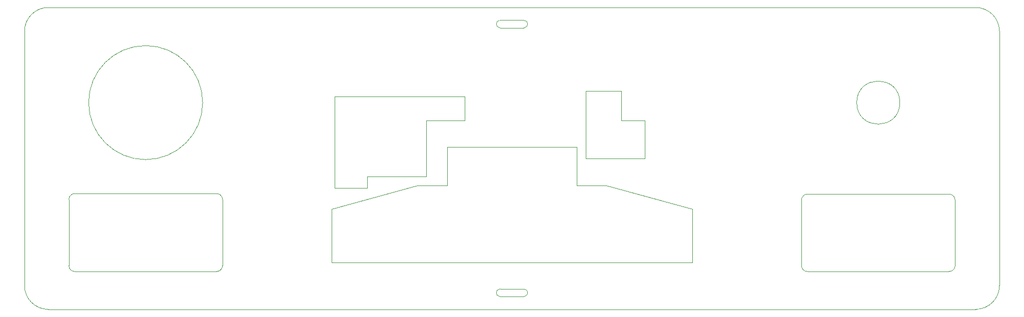
<source format=gbr>
%TF.GenerationSoftware,KiCad,Pcbnew,5.1.9-73d0e3b20d~88~ubuntu18.04.1*%
%TF.CreationDate,2021-01-03T17:57:53+01:00*%
%TF.ProjectId,ss_frontpanel_inner_plate,73735f66-726f-46e7-9470-616e656c5f69,rev?*%
%TF.SameCoordinates,Original*%
%TF.FileFunction,Profile,NP*%
%FSLAX46Y46*%
G04 Gerber Fmt 4.6, Leading zero omitted, Abs format (unit mm)*
G04 Created by KiCad (PCBNEW 5.1.9-73d0e3b20d~88~ubuntu18.04.1) date 2021-01-03 17:57:53*
%MOMM*%
%LPD*%
G01*
G04 APERTURE LIST*
%TA.AperFunction,Profile*%
%ADD10C,0.050000*%
%TD*%
%TA.AperFunction,Profile*%
%ADD11C,0.120000*%
%TD*%
G04 APERTURE END LIST*
D10*
X71500000Y-100000000D02*
G75*
G02*
X67500000Y-96000000I0J4000000D01*
G01*
X71500000Y-100000000D02*
X228500000Y-100000000D01*
X232500000Y-96000000D02*
X232500000Y-52900000D01*
X228500000Y-48900000D02*
G75*
G02*
X232500000Y-52900000I0J-4000000D01*
G01*
X228500000Y-48900000D02*
X71500000Y-48900000D01*
X67500000Y-52900000D02*
X67500000Y-96000000D01*
X148000000Y-52350000D02*
G75*
G02*
X148000000Y-51050000I0J650000D01*
G01*
X152000000Y-51050000D02*
G75*
G02*
X152000000Y-52350000I0J-650000D01*
G01*
X148000000Y-52350000D02*
X152000000Y-52350000D01*
X148000000Y-51050000D02*
X152000000Y-51050000D01*
X148000000Y-97850000D02*
G75*
G02*
X148000000Y-96550000I0J650000D01*
G01*
X152000000Y-96550000D02*
G75*
G02*
X152000000Y-97850000I0J-650000D01*
G01*
X148000000Y-97850000D02*
X152000000Y-97850000D01*
X148000000Y-96550000D02*
X152000000Y-96550000D01*
X232500000Y-96000000D02*
G75*
G02*
X228500000Y-100000000I-4000000J0D01*
G01*
X67500000Y-52900000D02*
G75*
G02*
X71500000Y-48900000I4000000J0D01*
G01*
D11*
%TO.C,ASM1*%
X97650000Y-65000000D02*
G75*
G03*
X97650000Y-65000000I-9650000J0D01*
G01*
X76000000Y-93600000D02*
X100000000Y-93600000D01*
X75000000Y-81400000D02*
X75000000Y-92600000D01*
X100000000Y-80400000D02*
X76000000Y-80400000D01*
X101000000Y-92600000D02*
X101000000Y-81400000D01*
X100000000Y-93600000D02*
G75*
G03*
X101000000Y-92600000I0J1000000D01*
G01*
X75000000Y-92600000D02*
G75*
G03*
X76000000Y-93600000I1000000J0D01*
G01*
X76000000Y-80400000D02*
G75*
G03*
X75000000Y-81400000I0J-1000000D01*
G01*
X101000000Y-81400000D02*
G75*
G03*
X100000000Y-80400000I-1000000J0D01*
G01*
%TO.C,ASM2*%
X200000000Y-93600000D02*
X224000000Y-93600000D01*
X199000000Y-81500000D02*
X199000000Y-92600000D01*
X224000000Y-80500000D02*
X200000000Y-80500000D01*
X225000000Y-92600000D02*
X225000000Y-81500000D01*
X215650000Y-65000000D02*
G75*
G03*
X215650000Y-65000000I-3650000J0D01*
G01*
X225000000Y-81500000D02*
G75*
G03*
X224000000Y-80500000I-1000000J0D01*
G01*
X200000000Y-80500000D02*
G75*
G03*
X199000000Y-81500000I0J-1000000D01*
G01*
X199000000Y-92600000D02*
G75*
G03*
X200000000Y-93600000I1000000J0D01*
G01*
X224000000Y-93600000D02*
G75*
G03*
X225000000Y-92600000I0J1000000D01*
G01*
%TO.C,OLED1*%
X166000000Y-79000000D02*
X180500000Y-83000000D01*
X119500000Y-83000000D02*
X134000000Y-79000000D01*
X180500000Y-92100000D02*
X119500000Y-92100000D01*
X119500000Y-92100000D02*
X119500000Y-83000000D01*
X139000000Y-79000000D02*
X139000000Y-72500000D01*
X139000000Y-72500000D02*
X161000000Y-72500000D01*
X161000000Y-72500000D02*
X161000000Y-79000000D01*
X180500000Y-83000000D02*
X180500000Y-92100000D01*
X172500000Y-68000000D02*
X172500000Y-74500000D01*
X172500000Y-74500000D02*
X162500000Y-74500000D01*
X162500000Y-74500000D02*
X162500000Y-63000000D01*
X162500000Y-63000000D02*
X168500000Y-63000000D01*
X168500000Y-63000000D02*
X168500000Y-68000000D01*
X168500000Y-68000000D02*
X172500000Y-68000000D01*
X142000000Y-64000000D02*
X142000000Y-68000000D01*
X142000000Y-68000000D02*
X135500000Y-68000000D01*
X135500000Y-68000000D02*
X135500000Y-77500000D01*
X135500000Y-77500000D02*
X125500000Y-77500000D01*
X120000000Y-79500000D02*
X120000000Y-64000000D01*
X120000000Y-64000000D02*
X142000000Y-64000000D01*
X125500000Y-77500000D02*
X125500000Y-79500000D01*
X125500000Y-79500000D02*
X120000000Y-79500000D01*
X134000000Y-79000000D02*
X139000000Y-79000000D01*
X161000000Y-79000000D02*
X166000000Y-79000000D01*
%TD*%
M02*

</source>
